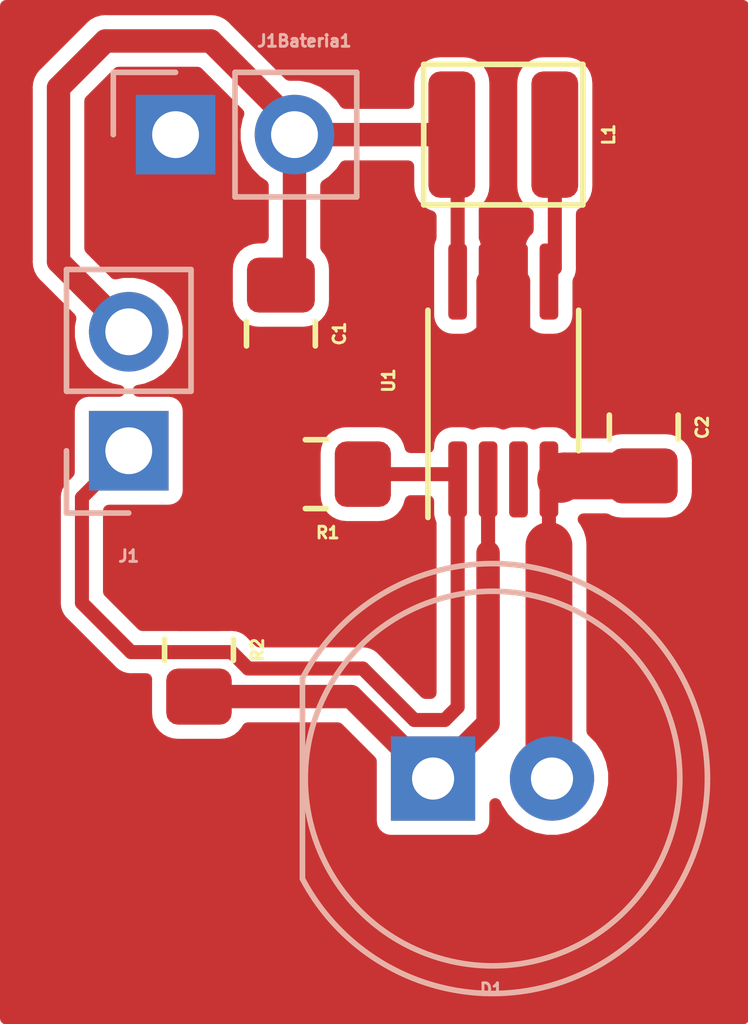
<source format=kicad_pcb>
(kicad_pcb (version 20171130) (host pcbnew "(5.1.10)-1")

  (general
    (thickness 1.6)
    (drawings 3)
    (tracks 53)
    (zones 0)
    (modules 9)
    (nets 8)
  )

  (page A4)
  (layers
    (0 F.Cu signal)
    (31 B.Cu signal)
    (32 B.Adhes user)
    (33 F.Adhes user hide)
    (34 B.Paste user hide)
    (35 F.Paste user)
    (36 B.SilkS user hide)
    (37 F.SilkS user hide)
    (38 B.Mask user)
    (39 F.Mask user hide)
    (40 Dwgs.User user hide)
    (41 Cmts.User user hide)
    (42 Eco1.User user hide)
    (43 Eco2.User user hide)
    (44 Edge.Cuts user)
    (45 Margin user hide)
    (46 B.CrtYd user)
    (47 F.CrtYd user hide)
    (48 B.Fab user)
    (49 F.Fab user)
  )

  (setup
    (last_trace_width 0.3)
    (user_trace_width 0.3)
    (user_trace_width 0.5)
    (user_trace_width 1)
    (trace_clearance 0.2)
    (zone_clearance 0.3)
    (zone_45_only no)
    (trace_min 0.3)
    (via_size 0.8)
    (via_drill 0.4)
    (via_min_size 0.4)
    (via_min_drill 0.3)
    (uvia_size 0.3)
    (uvia_drill 0.1)
    (uvias_allowed no)
    (uvia_min_size 0.2)
    (uvia_min_drill 0.1)
    (edge_width 0.05)
    (segment_width 0.2)
    (pcb_text_width 0.3)
    (pcb_text_size 1.5 1.5)
    (mod_edge_width 0.12)
    (mod_text_size 1 1)
    (mod_text_width 0.15)
    (pad_size 1.524 1.524)
    (pad_drill 0.762)
    (pad_to_mask_clearance 0)
    (aux_axis_origin 124 93)
    (visible_elements 7FFFFFFF)
    (pcbplotparams
      (layerselection 0x3d1c1_ffffffff)
      (usegerberextensions false)
      (usegerberattributes false)
      (usegerberadvancedattributes false)
      (creategerberjobfile true)
      (excludeedgelayer true)
      (linewidth 0.100000)
      (plotframeref false)
      (viasonmask false)
      (mode 1)
      (useauxorigin false)
      (hpglpennumber 1)
      (hpglpenspeed 20)
      (hpglpendiameter 15.000000)
      (psnegative false)
      (psa4output false)
      (plotreference true)
      (plotvalue true)
      (plotinvisibletext false)
      (padsonsilk false)
      (subtractmaskfromsilk false)
      (outputformat 1)
      (mirror false)
      (drillshape 0)
      (scaleselection 1)
      (outputdirectory "gerber4"))
  )

  (net 0 "")
  (net 1 GND)
  (net 2 +1V5)
  (net 3 "Net-(C2-Pad1)")
  (net 4 "Net-(D1-Pad1)")
  (net 5 "Net-(J1-Pad1)")
  (net 6 "Net-(L1-Pad2)")
  (net 7 "Net-(U1-Pad3)")

  (net_class Default "This is the default net class."
    (clearance 0.2)
    (trace_width 0.3)
    (via_dia 0.8)
    (via_drill 0.4)
    (uvia_dia 0.3)
    (uvia_drill 0.1)
    (diff_pair_width 0.3)
    (diff_pair_gap 0.3)
    (add_net +1V5)
    (add_net GND)
    (add_net "Net-(C2-Pad1)")
    (add_net "Net-(D1-Pad1)")
    (add_net "Net-(J1-Pad1)")
    (add_net "Net-(L1-Pad2)")
    (add_net "Net-(U1-Pad3)")
  )

  (module cewka2:cewka_m2 (layer F.Cu) (tedit 61A25ED9) (tstamp 619EBF96)
    (at 134.75 95.75 90)
    (path /619E939A)
    (fp_text reference L1 (at 0 2.25 90) (layer F.SilkS)
      (effects (font (size 0.25 0.25) (thickness 0.0625)))
    )
    (fp_text value 4,7u (at 0.15 -2 90) (layer F.Fab)
      (effects (font (size 0.25 0.25) (thickness 0.0625)))
    )
    (fp_line (start 1.5 -1.7) (end 1.5 1.7) (layer F.SilkS) (width 0.12))
    (fp_line (start -1.5 1.7) (end 1.5 1.7) (layer F.SilkS) (width 0.12))
    (fp_line (start -1.5 -1.7) (end -1.5 1.7) (layer F.SilkS) (width 0.12))
    (fp_line (start -1.5 -1.7) (end 1.5 -1.7) (layer F.SilkS) (width 0.12))
    (pad 2 smd roundrect (at 0 1.1 90) (size 2.7 1) (layers F.Cu F.Paste F.Mask) (roundrect_rratio 0.25)
      (net 6 "Net-(L1-Pad2)"))
    (pad 1 smd roundrect (at 0 -1.1 90) (size 2.7 1) (layers F.Cu F.Paste F.Mask) (roundrect_rratio 0.25)
      (net 2 +1V5))
  )

  (module LED_THT:LED_D8.0mm (layer B.Cu) (tedit 587A3A7B) (tstamp 619EBF5F)
    (at 133.25 109.5)
    (descr "LED, diameter 8.0mm, 2 pins, http://cdn-reichelt.de/documents/datenblatt/A500/LED8MMGE_LED8MMGN_LED8MMRT%23KIN.pdf")
    (tags "LED diameter 8.0mm 2 pins")
    (path /619EBE83)
    (fp_text reference D1 (at 1.25 4.5) (layer B.SilkS)
      (effects (font (size 0.25 0.25) (thickness 0.0625)))
    )
    (fp_text value LED_Small (at 1.5 1.75) (layer B.Fab)
      (effects (font (size 0.25 0.25) (thickness 0.0625)))
    )
    (fp_circle (center 1.27 0) (end 5.27 0) (layer B.Fab) (width 0.1))
    (fp_circle (center 1.27 0) (end 5.27 0) (layer B.SilkS) (width 0.12))
    (fp_line (start -2.73 2.061553) (end -2.73 -2.061553) (layer B.Fab) (width 0.1))
    (fp_line (start -2.79 2.142) (end -2.79 -2.142) (layer B.SilkS) (width 0.12))
    (fp_line (start -3.55 4.85) (end -3.55 -4.85) (layer B.CrtYd) (width 0.05))
    (fp_line (start -3.55 -4.85) (end 6.1 -4.85) (layer B.CrtYd) (width 0.05))
    (fp_line (start 6.1 -4.85) (end 6.1 4.85) (layer B.CrtYd) (width 0.05))
    (fp_line (start 6.1 4.85) (end -3.55 4.85) (layer B.CrtYd) (width 0.05))
    (fp_arc (start 1.27 0) (end -2.79 -2.141145) (angle 152.2) (layer B.SilkS) (width 0.12))
    (fp_arc (start 1.27 0) (end -2.79 2.141145) (angle -152.2) (layer B.SilkS) (width 0.12))
    (fp_arc (start 1.27 0) (end -2.73 2.061553) (angle -305.5) (layer B.Fab) (width 0.1))
    (pad 2 thru_hole circle (at 2.54 0) (size 1.8 1.8) (drill 0.9) (layers *.Cu *.Mask)
      (net 3 "Net-(C2-Pad1)"))
    (pad 1 thru_hole rect (at 0 0) (size 1.8 1.8) (drill 0.9) (layers *.Cu *.Mask)
      (net 4 "Net-(D1-Pad1)"))
    (model ${KISYS3DMOD}/LED_THT.3dshapes/LED_D8.0mm.wrl
      (at (xyz 0 0 0))
      (scale (xyz 1 1 1))
      (rotate (xyz 0 0 0))
    )
  )

  (module Capacitor_SMD:C_0805_2012Metric_Pad1.18x1.45mm_HandSolder (layer F.Cu) (tedit 5F68FEEF) (tstamp 619EBF4E)
    (at 137.75 102 90)
    (descr "Capacitor SMD 0805 (2012 Metric), square (rectangular) end terminal, IPC_7351 nominal with elongated pad for handsoldering. (Body size source: IPC-SM-782 page 76, https://www.pcb-3d.com/wordpress/wp-content/uploads/ipc-sm-782a_amendment_1_and_2.pdf, https://docs.google.com/spreadsheets/d/1BsfQQcO9C6DZCsRaXUlFlo91Tg2WpOkGARC1WS5S8t0/edit?usp=sharing), generated with kicad-footprint-generator")
    (tags "capacitor handsolder")
    (path /619E818F)
    (zone_connect 2)
    (attr smd)
    (fp_text reference C2 (at 0 1.25 90) (layer F.SilkS)
      (effects (font (size 0.25 0.25) (thickness 0.0625)))
    )
    (fp_text value 4,7u (at 0.25 -1.25 90) (layer F.Fab)
      (effects (font (size 0.25 0.25) (thickness 0.0625)))
    )
    (fp_line (start -1 0.625) (end -1 -0.625) (layer F.Fab) (width 0.1))
    (fp_line (start -1 -0.625) (end 1 -0.625) (layer F.Fab) (width 0.1))
    (fp_line (start 1 -0.625) (end 1 0.625) (layer F.Fab) (width 0.1))
    (fp_line (start 1 0.625) (end -1 0.625) (layer F.Fab) (width 0.1))
    (fp_line (start -0.261252 -0.735) (end 0.261252 -0.735) (layer F.SilkS) (width 0.12))
    (fp_line (start -0.261252 0.735) (end 0.261252 0.735) (layer F.SilkS) (width 0.12))
    (fp_line (start -1.88 0.98) (end -1.88 -0.98) (layer F.CrtYd) (width 0.05))
    (fp_line (start -1.88 -0.98) (end 1.88 -0.98) (layer F.CrtYd) (width 0.05))
    (fp_line (start 1.88 -0.98) (end 1.88 0.98) (layer F.CrtYd) (width 0.05))
    (fp_line (start 1.88 0.98) (end -1.88 0.98) (layer F.CrtYd) (width 0.05))
    (fp_text user %R (at 0 0 90) (layer F.Fab)
      (effects (font (size 0.5 0.5) (thickness 0.08)))
    )
    (pad 2 smd roundrect (at 1.0375 0 90) (size 1.175 1.45) (layers F.Cu F.Paste F.Mask) (roundrect_rratio 0.2127659574468085)
      (net 1 GND) (zone_connect 2))
    (pad 1 smd roundrect (at -1.0375 0 90) (size 1.175 1.45) (layers F.Cu F.Paste F.Mask) (roundrect_rratio 0.2127659574468085)
      (net 3 "Net-(C2-Pad1)") (zone_connect 2))
    (model ${KISYS3DMOD}/Capacitor_SMD.3dshapes/C_0805_2012Metric.wrl
      (at (xyz 0 0 0))
      (scale (xyz 1 1 1))
      (rotate (xyz 0 0 0))
    )
  )

  (module Package_SO:MSOP-8_3x3mm_P0.65mm (layer F.Cu) (tedit 5E509FDD) (tstamp 619EBFD2)
    (at 134.75 101 90)
    (descr "MSOP, 8 Pin (https://www.jedec.org/system/files/docs/mo-187F.pdf variant AA), generated with kicad-footprint-generator ipc_gullwing_generator.py")
    (tags "MSOP SO")
    (path /619E4D09)
    (attr smd)
    (fp_text reference U1 (at 0 -2.45 90) (layer F.SilkS)
      (effects (font (size 0.25 0.25) (thickness 0.0625)))
    )
    (fp_text value MCP1643xMS (at 0 -2 90) (layer F.Fab)
      (effects (font (size 0.25 0.25) (thickness 0.0625)))
    )
    (fp_line (start 0 1.61) (end 1.5 1.61) (layer F.SilkS) (width 0.12))
    (fp_line (start 0 1.61) (end -1.5 1.61) (layer F.SilkS) (width 0.12))
    (fp_line (start 0 -1.61) (end 1.5 -1.61) (layer F.SilkS) (width 0.12))
    (fp_line (start 0 -1.61) (end -2.925 -1.61) (layer F.SilkS) (width 0.12))
    (fp_line (start -0.75 -1.5) (end 1.5 -1.5) (layer F.Fab) (width 0.1))
    (fp_line (start 1.5 -1.5) (end 1.5 1.5) (layer F.Fab) (width 0.1))
    (fp_line (start 1.5 1.5) (end -1.5 1.5) (layer F.Fab) (width 0.1))
    (fp_line (start -1.5 1.5) (end -1.5 -0.75) (layer F.Fab) (width 0.1))
    (fp_line (start -1.5 -0.75) (end -0.75 -1.5) (layer F.Fab) (width 0.1))
    (fp_line (start -3.18 -1.75) (end -3.18 1.75) (layer F.CrtYd) (width 0.05))
    (fp_line (start -3.18 1.75) (end 3.18 1.75) (layer F.CrtYd) (width 0.05))
    (fp_line (start 3.18 1.75) (end 3.18 -1.75) (layer F.CrtYd) (width 0.05))
    (fp_line (start 3.18 -1.75) (end -3.18 -1.75) (layer F.CrtYd) (width 0.05))
    (fp_text user %R (at 0 0.25 90) (layer F.Fab)
      (effects (font (size 0.75 0.75) (thickness 0.11)))
    )
    (pad 8 smd roundrect (at 2.1125 -0.975 90) (size 1.625 0.4) (layers F.Cu F.Paste F.Mask) (roundrect_rratio 0.25)
      (net 2 +1V5))
    (pad 7 smd roundrect (at 2.1125 -0.325 90) (size 1.625 0.4) (layers F.Cu F.Paste F.Mask) (roundrect_rratio 0.25)
      (net 1 GND))
    (pad 6 smd roundrect (at 2.1125 0.325 90) (size 1.625 0.4) (layers F.Cu F.Paste F.Mask) (roundrect_rratio 0.25)
      (net 1 GND))
    (pad 5 smd roundrect (at 2.1125 0.975 90) (size 1.625 0.4) (layers F.Cu F.Paste F.Mask) (roundrect_rratio 0.25)
      (net 6 "Net-(L1-Pad2)"))
    (pad 4 smd roundrect (at -2.1125 0.975 90) (size 1.625 0.4) (layers F.Cu F.Paste F.Mask) (roundrect_rratio 0.25)
      (net 3 "Net-(C2-Pad1)"))
    (pad 3 smd roundrect (at -2.1125 0.325 90) (size 1.625 0.4) (layers F.Cu F.Paste F.Mask) (roundrect_rratio 0.25)
      (net 7 "Net-(U1-Pad3)"))
    (pad 2 smd roundrect (at -2.1125 -0.325 90) (size 1.625 0.4) (layers F.Cu F.Paste F.Mask) (roundrect_rratio 0.25)
      (net 4 "Net-(D1-Pad1)"))
    (pad 1 smd roundrect (at -2.1125 -0.975 90) (size 1.625 0.4) (layers F.Cu F.Paste F.Mask) (roundrect_rratio 0.25)
      (net 5 "Net-(J1-Pad1)"))
    (model ${KISYS3DMOD}/Package_SO.3dshapes/MSOP-8_3x3mm_P0.65mm.wrl
      (at (xyz 0 0 0))
      (scale (xyz 1 1 1))
      (rotate (xyz 0 0 0))
    )
  )

  (module Resistor_SMD:R_0805_2012Metric_Pad1.20x1.40mm_HandSolder (layer F.Cu) (tedit 5F68FEEE) (tstamp 619EBFB8)
    (at 128.25 106.75 90)
    (descr "Resistor SMD 0805 (2012 Metric), square (rectangular) end terminal, IPC_7351 nominal with elongated pad for handsoldering. (Body size source: IPC-SM-782 page 72, https://www.pcb-3d.com/wordpress/wp-content/uploads/ipc-sm-782a_amendment_1_and_2.pdf), generated with kicad-footprint-generator")
    (tags "resistor handsolder")
    (path /619F8EC6)
    (zone_connect 2)
    (attr smd)
    (fp_text reference R2 (at 0 1.25 90) (layer F.SilkS)
      (effects (font (size 0.25 0.25) (thickness 0.0625)))
    )
    (fp_text value 4 (at 0 -1.25 90) (layer F.Fab)
      (effects (font (size 0.25 0.25) (thickness 0.0625)))
    )
    (fp_line (start -1 0.625) (end -1 -0.625) (layer F.Fab) (width 0.1))
    (fp_line (start -1 -0.625) (end 1 -0.625) (layer F.Fab) (width 0.1))
    (fp_line (start 1 -0.625) (end 1 0.625) (layer F.Fab) (width 0.1))
    (fp_line (start 1 0.625) (end -1 0.625) (layer F.Fab) (width 0.1))
    (fp_line (start -0.227064 -0.735) (end 0.227064 -0.735) (layer F.SilkS) (width 0.12))
    (fp_line (start -0.227064 0.735) (end 0.227064 0.735) (layer F.SilkS) (width 0.12))
    (fp_line (start -1.85 0.95) (end -1.85 -0.95) (layer F.CrtYd) (width 0.05))
    (fp_line (start -1.85 -0.95) (end 1.85 -0.95) (layer F.CrtYd) (width 0.05))
    (fp_line (start 1.85 -0.95) (end 1.85 0.95) (layer F.CrtYd) (width 0.05))
    (fp_line (start 1.85 0.95) (end -1.85 0.95) (layer F.CrtYd) (width 0.05))
    (fp_text user %R (at 0 0 90) (layer F.Fab)
      (effects (font (size 0.5 0.5) (thickness 0.08)))
    )
    (pad 2 smd roundrect (at 1 0 90) (size 1.2 1.4) (layers F.Cu F.Paste F.Mask) (roundrect_rratio 0.2083325)
      (net 1 GND) (zone_connect 2))
    (pad 1 smd roundrect (at -1 0 90) (size 1.2 1.4) (layers F.Cu F.Paste F.Mask) (roundrect_rratio 0.2083325)
      (net 4 "Net-(D1-Pad1)") (zone_connect 2))
    (model ${KISYS3DMOD}/Resistor_SMD.3dshapes/R_0805_2012Metric.wrl
      (at (xyz 0 0 0))
      (scale (xyz 1 1 1))
      (rotate (xyz 0 0 0))
    )
  )

  (module Resistor_SMD:R_0805_2012Metric_Pad1.20x1.40mm_HandSolder (layer F.Cu) (tedit 5F68FEEE) (tstamp 619EBFA7)
    (at 130.75 103 180)
    (descr "Resistor SMD 0805 (2012 Metric), square (rectangular) end terminal, IPC_7351 nominal with elongated pad for handsoldering. (Body size source: IPC-SM-782 page 72, https://www.pcb-3d.com/wordpress/wp-content/uploads/ipc-sm-782a_amendment_1_and_2.pdf), generated with kicad-footprint-generator")
    (tags "resistor handsolder")
    (path /619FEE50)
    (zone_connect 2)
    (attr smd)
    (fp_text reference R1 (at -0.25 -1.25) (layer F.SilkS)
      (effects (font (size 0.25 0.25) (thickness 0.0625)))
    )
    (fp_text value 10k (at -0.5 1.25) (layer F.Fab) hide
      (effects (font (size 0.25 0.25) (thickness 0.0625)))
    )
    (fp_line (start -1 0.625) (end -1 -0.625) (layer F.Fab) (width 0.1))
    (fp_line (start -1 -0.625) (end 1 -0.625) (layer F.Fab) (width 0.1))
    (fp_line (start 1 -0.625) (end 1 0.625) (layer F.Fab) (width 0.1))
    (fp_line (start 1 0.625) (end -1 0.625) (layer F.Fab) (width 0.1))
    (fp_line (start -0.227064 -0.735) (end 0.227064 -0.735) (layer F.SilkS) (width 0.12))
    (fp_line (start -0.227064 0.735) (end 0.227064 0.735) (layer F.SilkS) (width 0.12))
    (fp_line (start -1.85 0.95) (end -1.85 -0.95) (layer F.CrtYd) (width 0.05))
    (fp_line (start -1.85 -0.95) (end 1.85 -0.95) (layer F.CrtYd) (width 0.05))
    (fp_line (start 1.85 -0.95) (end 1.85 0.95) (layer F.CrtYd) (width 0.05))
    (fp_line (start 1.85 0.95) (end -1.85 0.95) (layer F.CrtYd) (width 0.05))
    (fp_text user %R (at 0 0) (layer F.Fab)
      (effects (font (size 0.5 0.5) (thickness 0.08)))
    )
    (pad 2 smd roundrect (at 1 0 180) (size 1.2 1.4) (layers F.Cu F.Paste F.Mask) (roundrect_rratio 0.2083325)
      (net 1 GND) (zone_connect 2))
    (pad 1 smd roundrect (at -1 0 180) (size 1.2 1.4) (layers F.Cu F.Paste F.Mask) (roundrect_rratio 0.2083325)
      (net 5 "Net-(J1-Pad1)") (zone_connect 2))
    (model ${KISYS3DMOD}/Resistor_SMD.3dshapes/R_0805_2012Metric.wrl
      (at (xyz 0 0 0))
      (scale (xyz 1 1 1))
      (rotate (xyz 0 0 0))
    )
  )

  (module Connector_PinHeader_2.54mm:PinHeader_1x02_P2.54mm_Vertical (layer B.Cu) (tedit 59FED5CC) (tstamp 619EBF8B)
    (at 127.75 95.75 270)
    (descr "Through hole straight pin header, 1x02, 2.54mm pitch, single row")
    (tags "Through hole pin header THT 1x02 2.54mm single row")
    (path /619FD85A)
    (zone_connect 2)
    (fp_text reference J1Bateria1 (at -2 -2.75) (layer B.SilkS)
      (effects (font (size 0.25 0.25) (thickness 0.0625)))
    )
    (fp_text value Conn_01x02 (at 2 -0.25 180) (layer B.Fab)
      (effects (font (size 0.25 0.25) (thickness 0.0625)))
    )
    (fp_line (start -0.635 1.27) (end 1.27 1.27) (layer B.Fab) (width 0.1))
    (fp_line (start 1.27 1.27) (end 1.27 -3.81) (layer B.Fab) (width 0.1))
    (fp_line (start 1.27 -3.81) (end -1.27 -3.81) (layer B.Fab) (width 0.1))
    (fp_line (start -1.27 -3.81) (end -1.27 0.635) (layer B.Fab) (width 0.1))
    (fp_line (start -1.27 0.635) (end -0.635 1.27) (layer B.Fab) (width 0.1))
    (fp_line (start -1.33 -3.87) (end 1.33 -3.87) (layer B.SilkS) (width 0.12))
    (fp_line (start -1.33 -1.27) (end -1.33 -3.87) (layer B.SilkS) (width 0.12))
    (fp_line (start 1.33 -1.27) (end 1.33 -3.87) (layer B.SilkS) (width 0.12))
    (fp_line (start -1.33 -1.27) (end 1.33 -1.27) (layer B.SilkS) (width 0.12))
    (fp_line (start -1.33 0) (end -1.33 1.33) (layer B.SilkS) (width 0.12))
    (fp_line (start -1.33 1.33) (end 0 1.33) (layer B.SilkS) (width 0.12))
    (fp_line (start -1.8 1.8) (end -1.8 -4.35) (layer B.CrtYd) (width 0.05))
    (fp_line (start -1.8 -4.35) (end 1.8 -4.35) (layer B.CrtYd) (width 0.05))
    (fp_line (start 1.8 -4.35) (end 1.8 1.8) (layer B.CrtYd) (width 0.05))
    (fp_line (start 1.8 1.8) (end -1.8 1.8) (layer B.CrtYd) (width 0.05))
    (fp_text user %R (at -2 0 180) (layer B.Fab)
      (effects (font (size 0.25 0.25) (thickness 0.0625)))
    )
    (pad 2 thru_hole oval (at 0 -2.54 270) (size 1.7 1.7) (drill 1) (layers *.Cu *.Mask)
      (net 2 +1V5) (zone_connect 2))
    (pad 1 thru_hole rect (at 0 0 270) (size 1.7 1.7) (drill 1) (layers *.Cu *.Mask)
      (net 1 GND) (zone_connect 2))
    (model ${KISYS3DMOD}/Connector_PinHeader_2.54mm.3dshapes/PinHeader_1x02_P2.54mm_Vertical.wrl
      (at (xyz 0 0 0))
      (scale (xyz 1 1 1))
      (rotate (xyz 0 0 0))
    )
  )

  (module Connector_PinHeader_2.54mm:PinHeader_1x02_P2.54mm_Vertical (layer B.Cu) (tedit 59FED5CC) (tstamp 619EBF75)
    (at 126.75 102.5)
    (descr "Through hole straight pin header, 1x02, 2.54mm pitch, single row")
    (tags "Through hole pin header THT 1x02 2.54mm single row")
    (path /619ECA6B)
    (fp_text reference J1 (at 0 2.25) (layer B.SilkS)
      (effects (font (size 0.25 0.25) (thickness 0.0625)))
    )
    (fp_text value Conn_01x02 (at -1.75 -1.25 90) (layer B.Fab)
      (effects (font (size 0.25 0.25) (thickness 0.0625)))
    )
    (fp_line (start -0.635 1.27) (end 1.27 1.27) (layer B.Fab) (width 0.1))
    (fp_line (start 1.27 1.27) (end 1.27 -3.81) (layer B.Fab) (width 0.1))
    (fp_line (start 1.27 -3.81) (end -1.27 -3.81) (layer B.Fab) (width 0.1))
    (fp_line (start -1.27 -3.81) (end -1.27 0.635) (layer B.Fab) (width 0.1))
    (fp_line (start -1.27 0.635) (end -0.635 1.27) (layer B.Fab) (width 0.1))
    (fp_line (start -1.33 -3.87) (end 1.33 -3.87) (layer B.SilkS) (width 0.12))
    (fp_line (start -1.33 -1.27) (end -1.33 -3.87) (layer B.SilkS) (width 0.12))
    (fp_line (start 1.33 -1.27) (end 1.33 -3.87) (layer B.SilkS) (width 0.12))
    (fp_line (start -1.33 -1.27) (end 1.33 -1.27) (layer B.SilkS) (width 0.12))
    (fp_line (start -1.33 0) (end -1.33 1.33) (layer B.SilkS) (width 0.12))
    (fp_line (start -1.33 1.33) (end 0 1.33) (layer B.SilkS) (width 0.12))
    (fp_line (start -1.8 1.8) (end -1.8 -4.35) (layer B.CrtYd) (width 0.05))
    (fp_line (start -1.8 -4.35) (end 1.8 -4.35) (layer B.CrtYd) (width 0.05))
    (fp_line (start 1.8 -4.35) (end 1.8 1.8) (layer B.CrtYd) (width 0.05))
    (fp_line (start 1.8 1.8) (end -1.8 1.8) (layer B.CrtYd) (width 0.05))
    (fp_text user %R (at -0.75 2.25) (layer B.Fab)
      (effects (font (size 0.25 0.25) (thickness 0.0625)))
    )
    (pad 2 thru_hole oval (at 0 -2.54) (size 1.7 1.7) (drill 1) (layers *.Cu *.Mask)
      (net 2 +1V5))
    (pad 1 thru_hole rect (at 0 0) (size 1.7 1.7) (drill 1) (layers *.Cu *.Mask)
      (net 5 "Net-(J1-Pad1)"))
    (model ${KISYS3DMOD}/Connector_PinHeader_2.54mm.3dshapes/PinHeader_1x02_P2.54mm_Vertical.wrl
      (at (xyz 0 0 0))
      (scale (xyz 1 1 1))
      (rotate (xyz 0 0 0))
    )
  )

  (module Capacitor_SMD:C_0805_2012Metric_Pad1.18x1.45mm_HandSolder (layer F.Cu) (tedit 5F68FEEF) (tstamp 619EBF3D)
    (at 130 100 270)
    (descr "Capacitor SMD 0805 (2012 Metric), square (rectangular) end terminal, IPC_7351 nominal with elongated pad for handsoldering. (Body size source: IPC-SM-782 page 76, https://www.pcb-3d.com/wordpress/wp-content/uploads/ipc-sm-782a_amendment_1_and_2.pdf, https://docs.google.com/spreadsheets/d/1BsfQQcO9C6DZCsRaXUlFlo91Tg2WpOkGARC1WS5S8t0/edit?usp=sharing), generated with kicad-footprint-generator")
    (tags "capacitor handsolder")
    (path /619E8A92)
    (zone_connect 2)
    (attr smd)
    (fp_text reference C1 (at 0 -1.25 90) (layer F.SilkS)
      (effects (font (size 0.25 0.25) (thickness 0.0625)))
    )
    (fp_text value 10u (at 0 1.25 90) (layer F.Fab)
      (effects (font (size 0.25 0.25) (thickness 0.0625)))
    )
    (fp_line (start -1 0.625) (end -1 -0.625) (layer F.Fab) (width 0.1))
    (fp_line (start -1 -0.625) (end 1 -0.625) (layer F.Fab) (width 0.1))
    (fp_line (start 1 -0.625) (end 1 0.625) (layer F.Fab) (width 0.1))
    (fp_line (start 1 0.625) (end -1 0.625) (layer F.Fab) (width 0.1))
    (fp_line (start -0.261252 -0.735) (end 0.261252 -0.735) (layer F.SilkS) (width 0.12))
    (fp_line (start -0.261252 0.735) (end 0.261252 0.735) (layer F.SilkS) (width 0.12))
    (fp_line (start -1.88 0.98) (end -1.88 -0.98) (layer F.CrtYd) (width 0.05))
    (fp_line (start -1.88 -0.98) (end 1.88 -0.98) (layer F.CrtYd) (width 0.05))
    (fp_line (start 1.88 -0.98) (end 1.88 0.98) (layer F.CrtYd) (width 0.05))
    (fp_line (start 1.88 0.98) (end -1.88 0.98) (layer F.CrtYd) (width 0.05))
    (fp_text user %R (at 0 0 90) (layer F.Fab)
      (effects (font (size 0.5 0.5) (thickness 0.08)))
    )
    (pad 2 smd roundrect (at 1.0375 0 270) (size 1.175 1.45) (layers F.Cu F.Paste F.Mask) (roundrect_rratio 0.2127659574468085)
      (net 1 GND) (zone_connect 2))
    (pad 1 smd roundrect (at -1.0375 0 270) (size 1.175 1.45) (layers F.Cu F.Paste F.Mask) (roundrect_rratio 0.2127659574468085)
      (net 2 +1V5) (zone_connect 2))
    (model ${KISYS3DMOD}/Capacitor_SMD.3dshapes/C_0805_2012Metric.wrl
      (at (xyz 0 0 0))
      (scale (xyz 1 1 1))
      (rotate (xyz 0 0 0))
    )
  )

  (gr_text LATARKA (at 132 113) (layer Dwgs.User)
    (effects (font (size 1 1) (thickness 0.15)))
  )
  (dimension 16 (width 0.15) (layer Dwgs.User)
    (gr_text "16,000 mm" (at 132 119.3) (layer Dwgs.User)
      (effects (font (size 1 1) (thickness 0.15)))
    )
    (feature1 (pts (xy 124 115) (xy 124 118.586421)))
    (feature2 (pts (xy 140 115) (xy 140 118.586421)))
    (crossbar (pts (xy 140 118) (xy 124 118)))
    (arrow1a (pts (xy 124 118) (xy 125.126504 117.413579)))
    (arrow1b (pts (xy 124 118) (xy 125.126504 118.586421)))
    (arrow2a (pts (xy 140 118) (xy 138.873496 117.413579)))
    (arrow2b (pts (xy 140 118) (xy 138.873496 118.586421)))
  )
  (dimension 22 (width 0.15) (layer Dwgs.User)
    (gr_text "22,000 mm" (at 146.3 104 270) (layer Dwgs.User)
      (effects (font (size 1 1) (thickness 0.15)))
    )
    (feature1 (pts (xy 140 115) (xy 145.586421 115)))
    (feature2 (pts (xy 140 93) (xy 145.586421 93)))
    (crossbar (pts (xy 145 93) (xy 145 115)))
    (arrow1a (pts (xy 145 115) (xy 144.413579 113.873496)))
    (arrow1b (pts (xy 145 115) (xy 145.586421 113.873496)))
    (arrow2a (pts (xy 145 93) (xy 144.413579 94.126504)))
    (arrow2b (pts (xy 145 93) (xy 145.586421 94.126504)))
  )

  (segment (start 135.075 98.8875) (end 135.075 100.075) (width 0.5) (layer F.Cu) (net 1))
  (segment (start 135.9625 100.9625) (end 137.75 100.9625) (width 0.5) (layer F.Cu) (net 1))
  (segment (start 135.075 100.075) (end 135.9625 100.9625) (width 0.5) (layer F.Cu) (net 1))
  (segment (start 134.425 98.8875) (end 134.425 100.325) (width 0.5) (layer F.Cu) (net 1))
  (segment (start 133.7125 101.0375) (end 130 101.0375) (width 0.5) (layer F.Cu) (net 1))
  (segment (start 134.425 100.325) (end 133.7125 101.0375) (width 0.5) (layer F.Cu) (net 1))
  (segment (start 134.425 98.8875) (end 135.075 98.8875) (width 0.5) (layer F.Cu) (net 1))
  (segment (start 130 102.75) (end 129.75 103) (width 0.5) (layer F.Cu) (net 1))
  (segment (start 130 101.0375) (end 130 102.75) (width 0.5) (layer F.Cu) (net 1))
  (segment (start 129.75 104.25) (end 128.25 105.75) (width 0.5) (layer F.Cu) (net 1))
  (segment (start 129.75 103) (end 129.75 104.25) (width 0.5) (layer F.Cu) (net 1))
  (segment (start 127.75 98.7875) (end 130 101.0375) (width 0.3) (layer F.Cu) (net 1))
  (segment (start 127.75 95.75) (end 127.75 98.7875) (width 0.3) (layer F.Cu) (net 1))
  (segment (start 133.775 95.875) (end 133.65 95.75) (width 0.3) (layer F.Cu) (net 2))
  (segment (start 133.775 98.8875) (end 133.775 95.875) (width 0.3) (layer F.Cu) (net 2))
  (segment (start 126.75 99.96) (end 125.25 98.46) (width 0.5) (layer F.Cu) (net 2))
  (segment (start 125.25 98.46) (end 125.25 94.75) (width 0.5) (layer F.Cu) (net 2))
  (segment (start 125.25 94.75) (end 126.25 93.75) (width 0.5) (layer F.Cu) (net 2))
  (segment (start 126.25 93.75) (end 128.5 93.75) (width 0.5) (layer F.Cu) (net 2))
  (segment (start 130.29 95.54) (end 130.29 95.75) (width 0.5) (layer F.Cu) (net 2))
  (segment (start 128.5 93.75) (end 130.29 95.54) (width 0.5) (layer F.Cu) (net 2))
  (segment (start 130.29 95.75) (end 133.65 95.75) (width 0.5) (layer F.Cu) (net 2))
  (segment (start 130.29 98.6725) (end 130 98.9625) (width 0.5) (layer F.Cu) (net 2))
  (segment (start 130.29 95.75) (end 130.29 98.6725) (width 0.5) (layer F.Cu) (net 2))
  (segment (start 135.725 104.725) (end 135.725 105.225) (width 0.3) (layer F.Cu) (net 3))
  (segment (start 135.725 109.435) (end 135.79 109.5) (width 1) (layer F.Cu) (net 3))
  (segment (start 135.725 104.525) (end 135.725 109.435) (width 1) (layer F.Cu) (net 3))
  (segment (start 135.725 103.1125) (end 135.725 104.525) (width 0.3) (layer F.Cu) (net 3))
  (segment (start 135.725 104.525) (end 135.725 104.725) (width 0.3) (layer F.Cu) (net 3))
  (segment (start 136.05001 103.0375) (end 135.97501 103.1125) (width 1) (layer F.Cu) (net 3))
  (segment (start 137.75 103.0375) (end 136.05001 103.0375) (width 1) (layer F.Cu) (net 3))
  (segment (start 131.5 107.75) (end 133.25 109.5) (width 0.5) (layer F.Cu) (net 4))
  (segment (start 128.25 107.75) (end 131.5 107.75) (width 0.5) (layer F.Cu) (net 4))
  (segment (start 134.425 108.325) (end 134.425 104.675) (width 0.5) (layer F.Cu) (net 4))
  (segment (start 133.25 109.5) (end 134.425 108.325) (width 0.5) (layer F.Cu) (net 4))
  (segment (start 134.425 104.675) (end 134.425 103.1125) (width 0.3) (layer F.Cu) (net 4))
  (segment (start 134.425 105.825) (end 134.425 104.675) (width 0.3) (layer F.Cu) (net 4))
  (segment (start 131.8625 103.1125) (end 131.75 103) (width 0.3) (layer F.Cu) (net 5))
  (segment (start 125.75 105.75) (end 125.75 103.5) (width 0.3) (layer F.Cu) (net 5))
  (segment (start 126.79999 106.79999) (end 125.75 105.75) (width 0.3) (layer F.Cu) (net 5))
  (segment (start 128.948536 106.79999) (end 126.79999 106.79999) (width 0.3) (layer F.Cu) (net 5))
  (segment (start 129.298536 107.14999) (end 128.948536 106.79999) (width 0.3) (layer F.Cu) (net 5))
  (segment (start 131.748532 107.14999) (end 129.298536 107.14999) (width 0.3) (layer F.Cu) (net 5))
  (segment (start 132.848541 108.249999) (end 131.748532 107.14999) (width 0.3) (layer F.Cu) (net 5))
  (segment (start 133.500001 108.249999) (end 132.848541 108.249999) (width 0.3) (layer F.Cu) (net 5))
  (segment (start 125.75 103.5) (end 126.75 102.5) (width 0.3) (layer F.Cu) (net 5))
  (segment (start 133.775 107.975) (end 133.500001 108.249999) (width 0.3) (layer F.Cu) (net 5))
  (segment (start 133.775 103.1125) (end 133.775 107.975) (width 0.3) (layer F.Cu) (net 5))
  (segment (start 133.6625 103) (end 133.775 103.1125) (width 0.3) (layer F.Cu) (net 5))
  (segment (start 131.75 103) (end 133.6625 103) (width 0.3) (layer F.Cu) (net 5))
  (segment (start 135.85 98.6) (end 135.85 95.75) (width 0.3) (layer F.Cu) (net 6))
  (segment (start 135.725 98.725) (end 135.85 98.6) (width 0.3) (layer F.Cu) (net 6))
  (segment (start 135.725 98.8875) (end 135.725 98.725) (width 0.3) (layer F.Cu) (net 6))

  (zone (net 1) (net_name GND) (layer F.Cu) (tstamp 61A555C8) (hatch edge 0.508)
    (connect_pads yes (clearance 0.3))
    (min_thickness 0.254)
    (fill yes (arc_segments 32) (thermal_gap 0.508) (thermal_bridge_width 0.508))
    (polygon
      (pts
        (xy 140 114.75) (xy 124 114.75) (xy 124 92.875) (xy 140 92.875)
      )
    )
    (filled_polygon
      (pts
        (xy 139.873 114.623) (xy 124.127 114.623) (xy 124.127 94.75) (xy 124.569726 94.75) (xy 124.573001 94.783254)
        (xy 124.573 98.426755) (xy 124.569726 98.46) (xy 124.573 98.493245) (xy 124.573 98.493251) (xy 124.582796 98.592714)
        (xy 124.621508 98.720329) (xy 124.684372 98.83794) (xy 124.768973 98.941026) (xy 124.7948 98.962222) (xy 125.505154 99.672576)
        (xy 125.473 99.834226) (xy 125.473 100.085774) (xy 125.522074 100.332487) (xy 125.618337 100.564886) (xy 125.758089 100.77404)
        (xy 125.93596 100.951911) (xy 126.145114 101.091663) (xy 126.377513 101.187926) (xy 126.543456 101.220934) (xy 125.9 101.220934)
        (xy 125.816293 101.229178) (xy 125.735804 101.253595) (xy 125.661624 101.293245) (xy 125.596605 101.346605) (xy 125.543245 101.411624)
        (xy 125.503595 101.485804) (xy 125.479178 101.566293) (xy 125.470934 101.65) (xy 125.470934 102.963065) (xy 125.362034 103.071965)
        (xy 125.340027 103.090026) (xy 125.321966 103.112033) (xy 125.321963 103.112036) (xy 125.29884 103.140212) (xy 125.267922 103.177885)
        (xy 125.214344 103.278124) (xy 125.181349 103.386889) (xy 125.17021 103.5) (xy 125.173001 103.528341) (xy 125.173 105.721669)
        (xy 125.17021 105.75) (xy 125.173 105.778331) (xy 125.173 105.778335) (xy 125.175334 105.802028) (xy 125.181349 105.863111)
        (xy 125.200796 105.927217) (xy 125.214343 105.971875) (xy 125.267921 106.072114) (xy 125.340026 106.159974) (xy 125.362038 106.178039)
        (xy 126.371955 107.187957) (xy 126.390016 107.209964) (xy 126.412023 107.228025) (xy 126.412025 107.228027) (xy 126.43197 107.244395)
        (xy 126.477875 107.282069) (xy 126.578114 107.335647) (xy 126.686878 107.36864) (xy 126.771654 107.37699) (xy 126.77166 107.37699)
        (xy 126.799989 107.37978) (xy 126.828318 107.37699) (xy 127.1232 107.37699) (xy 127.120934 107.399999) (xy 127.120934 108.100001)
        (xy 127.133982 108.23248) (xy 127.172625 108.359868) (xy 127.235377 108.477269) (xy 127.319828 108.580172) (xy 127.422731 108.664623)
        (xy 127.540132 108.727375) (xy 127.66752 108.766018) (xy 127.799999 108.779066) (xy 128.700001 108.779066) (xy 128.83248 108.766018)
        (xy 128.959868 108.727375) (xy 129.077269 108.664623) (xy 129.180172 108.580172) (xy 129.264623 108.477269) (xy 129.291492 108.427)
        (xy 131.219578 108.427) (xy 131.920934 109.128357) (xy 131.920934 110.4) (xy 131.929178 110.483707) (xy 131.953595 110.564196)
        (xy 131.993245 110.638376) (xy 132.046605 110.703395) (xy 132.111624 110.756755) (xy 132.185804 110.796405) (xy 132.266293 110.820822)
        (xy 132.35 110.829066) (xy 134.15 110.829066) (xy 134.233707 110.820822) (xy 134.314196 110.796405) (xy 134.388376 110.756755)
        (xy 134.453395 110.703395) (xy 134.506755 110.638376) (xy 134.546405 110.564196) (xy 134.570822 110.483707) (xy 134.579066 110.4)
        (xy 134.579066 110.044164) (xy 134.614028 110.12857) (xy 134.759252 110.345913) (xy 134.944087 110.530748) (xy 135.16143 110.675972)
        (xy 135.402928 110.776004) (xy 135.659302 110.827) (xy 135.920698 110.827) (xy 136.177072 110.776004) (xy 136.41857 110.675972)
        (xy 136.635913 110.530748) (xy 136.820748 110.345913) (xy 136.965972 110.12857) (xy 137.066004 109.887072) (xy 137.117 109.630698)
        (xy 137.117 109.369302) (xy 137.066004 109.112928) (xy 136.965972 108.87143) (xy 136.820748 108.654087) (xy 136.652 108.485339)
        (xy 136.652 104.479462) (xy 136.638587 104.343276) (xy 136.58558 104.168536) (xy 136.499501 104.007495) (xy 136.464216 103.9645)
        (xy 136.944273 103.9645) (xy 137.015133 104.002375) (xy 137.142521 104.041018) (xy 137.275 104.054066) (xy 138.225 104.054066)
        (xy 138.357479 104.041018) (xy 138.484867 104.002375) (xy 138.602269 103.939623) (xy 138.705172 103.855172) (xy 138.789623 103.752269)
        (xy 138.852375 103.634867) (xy 138.891018 103.507479) (xy 138.904066 103.375) (xy 138.904066 102.7) (xy 138.891018 102.567521)
        (xy 138.852375 102.440133) (xy 138.789623 102.322731) (xy 138.705172 102.219828) (xy 138.602269 102.135377) (xy 138.484867 102.072625)
        (xy 138.357479 102.033982) (xy 138.225 102.020934) (xy 137.275 102.020934) (xy 137.142521 102.033982) (xy 137.015133 102.072625)
        (xy 136.944273 102.1105) (xy 136.267272 102.1105) (xy 136.264902 102.106067) (xy 136.199106 102.025894) (xy 136.118933 101.960098)
        (xy 136.027465 101.911207) (xy 135.928216 101.8811) (xy 135.825 101.870934) (xy 135.625 101.870934) (xy 135.521784 101.8811)
        (xy 135.422535 101.911207) (xy 135.4 101.923252) (xy 135.377465 101.911207) (xy 135.278216 101.8811) (xy 135.175 101.870934)
        (xy 134.975 101.870934) (xy 134.871784 101.8811) (xy 134.772535 101.911207) (xy 134.75 101.923252) (xy 134.727465 101.911207)
        (xy 134.628216 101.8811) (xy 134.525 101.870934) (xy 134.325 101.870934) (xy 134.221784 101.8811) (xy 134.122535 101.911207)
        (xy 134.1 101.923252) (xy 134.077465 101.911207) (xy 133.978216 101.8811) (xy 133.875 101.870934) (xy 133.675 101.870934)
        (xy 133.571784 101.8811) (xy 133.472535 101.911207) (xy 133.381067 101.960098) (xy 133.300894 102.025894) (xy 133.235098 102.106067)
        (xy 133.186207 102.197535) (xy 133.1561 102.296784) (xy 133.145934 102.4) (xy 133.145934 102.423) (xy 132.766558 102.423)
        (xy 132.766018 102.41752) (xy 132.727375 102.290132) (xy 132.664623 102.172731) (xy 132.580172 102.069828) (xy 132.477269 101.985377)
        (xy 132.359868 101.922625) (xy 132.23248 101.883982) (xy 132.100001 101.870934) (xy 131.399999 101.870934) (xy 131.26752 101.883982)
        (xy 131.140132 101.922625) (xy 131.022731 101.985377) (xy 130.919828 102.069828) (xy 130.835377 102.172731) (xy 130.772625 102.290132)
        (xy 130.733982 102.41752) (xy 130.720934 102.549999) (xy 130.720934 103.450001) (xy 130.733982 103.58248) (xy 130.772625 103.709868)
        (xy 130.835377 103.827269) (xy 130.919828 103.930172) (xy 131.022731 104.014623) (xy 131.140132 104.077375) (xy 131.26752 104.116018)
        (xy 131.399999 104.129066) (xy 132.100001 104.129066) (xy 132.23248 104.116018) (xy 132.359868 104.077375) (xy 132.477269 104.014623)
        (xy 132.580172 103.930172) (xy 132.664623 103.827269) (xy 132.727375 103.709868) (xy 132.766018 103.58248) (xy 132.766558 103.577)
        (xy 133.145934 103.577) (xy 133.145934 103.825) (xy 133.1561 103.928216) (xy 133.186207 104.027465) (xy 133.198 104.049528)
        (xy 133.198001 107.672999) (xy 133.087542 107.672999) (xy 132.17657 106.762027) (xy 132.158506 106.740016) (xy 132.070647 106.667911)
        (xy 131.970408 106.614333) (xy 131.906302 106.594887) (xy 131.861643 106.581339) (xy 131.806577 106.575916) (xy 131.776868 106.57299)
        (xy 131.776863 106.57299) (xy 131.748532 106.5702) (xy 131.720201 106.57299) (xy 129.537536 106.57299) (xy 129.376576 106.412029)
        (xy 129.35851 106.390016) (xy 129.270651 106.317911) (xy 129.170412 106.264333) (xy 129.106306 106.244887) (xy 129.061647 106.231339)
        (xy 129.006581 106.225916) (xy 128.976872 106.22299) (xy 128.976867 106.22299) (xy 128.948536 106.2202) (xy 128.920205 106.22299)
        (xy 127.038992 106.22299) (xy 126.327 105.510999) (xy 126.327 103.779066) (xy 127.6 103.779066) (xy 127.683707 103.770822)
        (xy 127.764196 103.746405) (xy 127.838376 103.706755) (xy 127.903395 103.653395) (xy 127.956755 103.588376) (xy 127.996405 103.514196)
        (xy 128.020822 103.433707) (xy 128.029066 103.35) (xy 128.029066 101.65) (xy 128.020822 101.566293) (xy 127.996405 101.485804)
        (xy 127.956755 101.411624) (xy 127.903395 101.346605) (xy 127.838376 101.293245) (xy 127.764196 101.253595) (xy 127.683707 101.229178)
        (xy 127.6 101.220934) (xy 126.956544 101.220934) (xy 127.122487 101.187926) (xy 127.354886 101.091663) (xy 127.56404 100.951911)
        (xy 127.741911 100.77404) (xy 127.881663 100.564886) (xy 127.977926 100.332487) (xy 128.027 100.085774) (xy 128.027 99.834226)
        (xy 127.977926 99.587513) (xy 127.881663 99.355114) (xy 127.741911 99.14596) (xy 127.56404 98.968089) (xy 127.354886 98.828337)
        (xy 127.122487 98.732074) (xy 126.875774 98.683) (xy 126.624226 98.683) (xy 126.462576 98.715154) (xy 125.927 98.179578)
        (xy 125.927 95.030422) (xy 126.530423 94.427) (xy 128.219578 94.427) (xy 129.093711 95.301133) (xy 129.062074 95.377513)
        (xy 129.013 95.624226) (xy 129.013 95.875774) (xy 129.062074 96.122487) (xy 129.158337 96.354886) (xy 129.298089 96.56404)
        (xy 129.47596 96.741911) (xy 129.613 96.833478) (xy 129.613001 97.945934) (xy 129.525 97.945934) (xy 129.392521 97.958982)
        (xy 129.265133 97.997625) (xy 129.147731 98.060377) (xy 129.044828 98.144828) (xy 128.960377 98.247731) (xy 128.897625 98.365133)
        (xy 128.858982 98.492521) (xy 128.845934 98.625) (xy 128.845934 99.3) (xy 128.858982 99.432479) (xy 128.897625 99.559867)
        (xy 128.960377 99.677269) (xy 129.044828 99.780172) (xy 129.147731 99.864623) (xy 129.265133 99.927375) (xy 129.392521 99.966018)
        (xy 129.525 99.979066) (xy 130.475 99.979066) (xy 130.607479 99.966018) (xy 130.734867 99.927375) (xy 130.852269 99.864623)
        (xy 130.955172 99.780172) (xy 131.039623 99.677269) (xy 131.102375 99.559867) (xy 131.141018 99.432479) (xy 131.154066 99.3)
        (xy 131.154066 98.625) (xy 131.141018 98.492521) (xy 131.102375 98.365133) (xy 131.039623 98.247731) (xy 130.967 98.15924)
        (xy 130.967 96.833478) (xy 131.10404 96.741911) (xy 131.281911 96.56404) (xy 131.373478 96.427) (xy 132.720934 96.427)
        (xy 132.720934 96.85) (xy 132.733982 96.982479) (xy 132.772625 97.109867) (xy 132.835377 97.227269) (xy 132.919828 97.330172)
        (xy 133.022731 97.414623) (xy 133.140133 97.477375) (xy 133.198 97.494929) (xy 133.198 97.950471) (xy 133.186207 97.972535)
        (xy 133.1561 98.071784) (xy 133.145934 98.175) (xy 133.145934 99.6) (xy 133.1561 99.703216) (xy 133.186207 99.802465)
        (xy 133.235098 99.893933) (xy 133.300894 99.974106) (xy 133.381067 100.039902) (xy 133.472535 100.088793) (xy 133.571784 100.1189)
        (xy 133.675 100.129066) (xy 133.875 100.129066) (xy 133.978216 100.1189) (xy 134.077465 100.088793) (xy 134.168933 100.039902)
        (xy 134.249106 99.974106) (xy 134.314902 99.893933) (xy 134.363793 99.802465) (xy 134.3939 99.703216) (xy 134.404066 99.6)
        (xy 134.404066 98.175) (xy 134.3939 98.071784) (xy 134.363793 97.972535) (xy 134.352 97.950472) (xy 134.352 97.353292)
        (xy 134.380172 97.330172) (xy 134.464623 97.227269) (xy 134.527375 97.109867) (xy 134.566018 96.982479) (xy 134.579066 96.85)
        (xy 134.579066 94.65) (xy 134.920934 94.65) (xy 134.920934 96.85) (xy 134.933982 96.982479) (xy 134.972625 97.109867)
        (xy 135.035377 97.227269) (xy 135.119828 97.330172) (xy 135.222731 97.414623) (xy 135.273 97.441492) (xy 135.273 97.782752)
        (xy 135.250894 97.800894) (xy 135.185098 97.881067) (xy 135.136207 97.972535) (xy 135.1061 98.071784) (xy 135.095934 98.175)
        (xy 135.095934 99.6) (xy 135.1061 99.703216) (xy 135.136207 99.802465) (xy 135.185098 99.893933) (xy 135.250894 99.974106)
        (xy 135.331067 100.039902) (xy 135.422535 100.088793) (xy 135.521784 100.1189) (xy 135.625 100.129066) (xy 135.825 100.129066)
        (xy 135.928216 100.1189) (xy 136.027465 100.088793) (xy 136.118933 100.039902) (xy 136.199106 99.974106) (xy 136.264902 99.893933)
        (xy 136.313793 99.802465) (xy 136.3439 99.703216) (xy 136.354066 99.6) (xy 136.354066 98.88098) (xy 136.385657 98.821876)
        (xy 136.402153 98.767494) (xy 136.418651 98.713112) (xy 136.429791 98.6) (xy 136.427 98.571661) (xy 136.427 97.441492)
        (xy 136.477269 97.414623) (xy 136.580172 97.330172) (xy 136.664623 97.227269) (xy 136.727375 97.109867) (xy 136.766018 96.982479)
        (xy 136.779066 96.85) (xy 136.779066 94.65) (xy 136.766018 94.517521) (xy 136.727375 94.390133) (xy 136.664623 94.272731)
        (xy 136.580172 94.169828) (xy 136.477269 94.085377) (xy 136.359867 94.022625) (xy 136.232479 93.983982) (xy 136.1 93.970934)
        (xy 135.6 93.970934) (xy 135.467521 93.983982) (xy 135.340133 94.022625) (xy 135.222731 94.085377) (xy 135.119828 94.169828)
        (xy 135.035377 94.272731) (xy 134.972625 94.390133) (xy 134.933982 94.517521) (xy 134.920934 94.65) (xy 134.579066 94.65)
        (xy 134.566018 94.517521) (xy 134.527375 94.390133) (xy 134.464623 94.272731) (xy 134.380172 94.169828) (xy 134.277269 94.085377)
        (xy 134.159867 94.022625) (xy 134.032479 93.983982) (xy 133.9 93.970934) (xy 133.4 93.970934) (xy 133.267521 93.983982)
        (xy 133.140133 94.022625) (xy 133.022731 94.085377) (xy 132.919828 94.169828) (xy 132.835377 94.272731) (xy 132.772625 94.390133)
        (xy 132.733982 94.517521) (xy 132.720934 94.65) (xy 132.720934 95.073) (xy 131.373478 95.073) (xy 131.281911 94.93596)
        (xy 131.10404 94.758089) (xy 130.894886 94.618337) (xy 130.662487 94.522074) (xy 130.415774 94.473) (xy 130.180422 94.473)
        (xy 129.002226 93.294804) (xy 128.981027 93.268973) (xy 128.877941 93.184372) (xy 128.76033 93.121508) (xy 128.632715 93.082796)
        (xy 128.533252 93.073) (xy 128.533245 93.073) (xy 128.5 93.069726) (xy 128.466755 93.073) (xy 126.283252 93.073)
        (xy 126.25 93.069725) (xy 126.216748 93.073) (xy 126.117285 93.082796) (xy 125.98967 93.121508) (xy 125.872059 93.184372)
        (xy 125.768973 93.268973) (xy 125.747778 93.294799) (xy 124.7948 94.247778) (xy 124.768974 94.268973) (xy 124.747779 94.294799)
        (xy 124.747776 94.294802) (xy 124.684372 94.37206) (xy 124.621508 94.489671) (xy 124.582796 94.617286) (xy 124.569726 94.75)
        (xy 124.127 94.75) (xy 124.127 93.002) (xy 139.873 93.002)
      )
    )
  )
)

</source>
